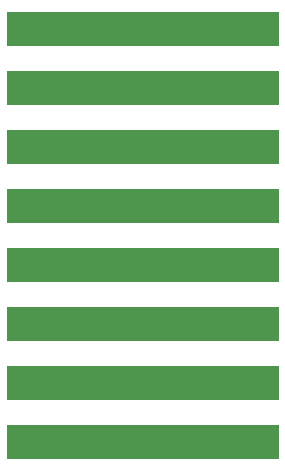
<source format=gtp>
G04*
G04 #@! TF.GenerationSoftware,Altium Limited,Altium Designer,21.3.2 (30)*
G04*
G04 Layer_Color=8421504*
%FSLAX25Y25*%
%MOIN*%
G70*
G04*
G04 #@! TF.SameCoordinates,B7D7C0A0-A55D-4CC8-836F-116C6F14137B*
G04*
G04*
G04 #@! TF.FilePolarity,Positive*
G04*
G01*
G75*
%ADD10R,0.90551X0.11811*%
D10*
X45276Y64961D02*
D03*
Y104331D02*
D03*
Y84646D02*
D03*
Y45276D02*
D03*
Y25591D02*
D03*
Y5906D02*
D03*
Y124016D02*
D03*
Y143701D02*
D03*
M02*

</source>
